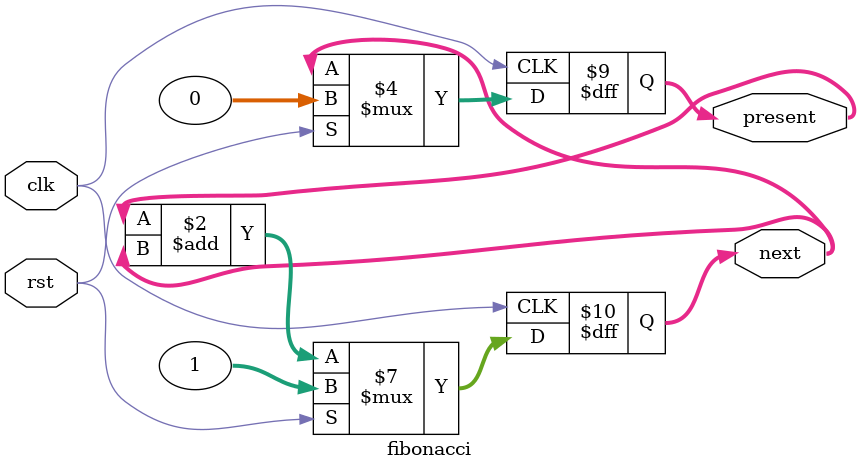
<source format=v>
module fibonacci(
  input clk,rst,
  output reg [31:0] present,next 
);
  always @(posedge clk) begin
    if(rst)
      begin
        present <= 0;
        next <=1;
      end
    else begin
      {present,next} <= {next,present+next};
    end
  end
endmodule

</source>
